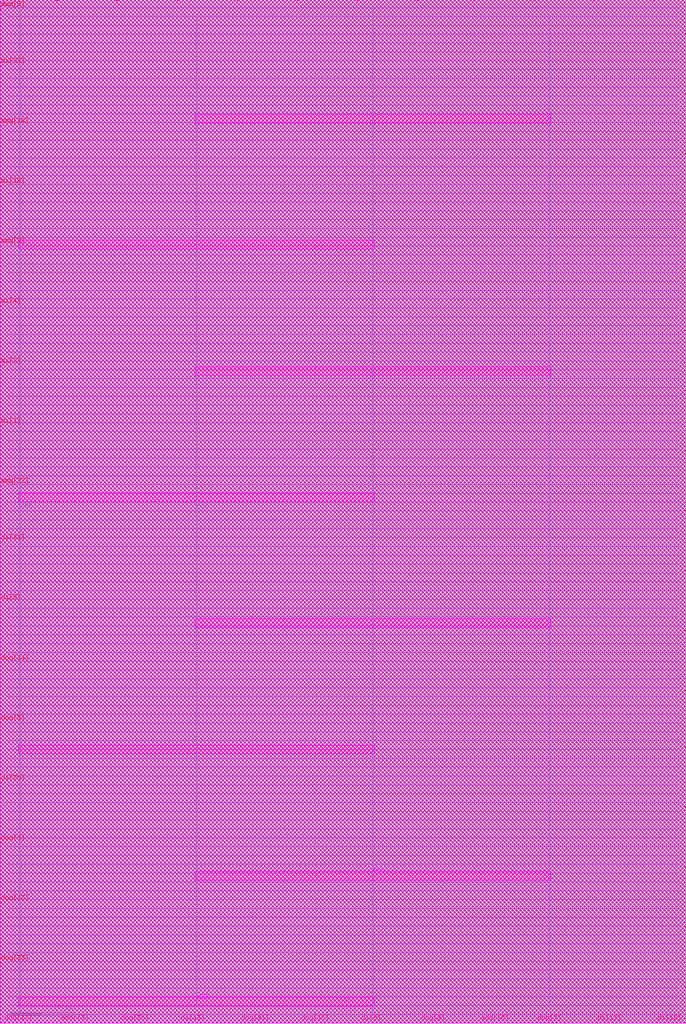
<source format=lef>
VERSION 5.8 ;
BUSBITCHARS "[]" ;
DIVIDERCHAR "/" ;
UNITS
    DATABASE MICRONS 2000 ;
END UNITS
MACRO or1200_spram5
  FOREIGN or1200_spram5 0 0 ;
  CLASS BLOCK ;
  SIZE 108.84 BY 162.26 ;
  PIN VSS
    USE GROUND ;
    DIRECTION INOUT ;
    PORT
      LAYER metal7 ;
        RECT  2.94 122.7 59.34 124.1 ;
        RECT  2.94 82.7 59.34 84.1 ;
        RECT  2.94 42.7 59.34 44.1 ;
        RECT  2.94 2.7 59.34 4.1 ;
      LAYER metal4 ;
        RECT  59.04 1.33 59.24 161.07 ;
        RECT  3.04 1.33 3.24 161.07 ;
      LAYER metal1 ;
        RECT  1.14 160.95 107.73 161.05 ;
        RECT  1.14 158.15 107.73 158.25 ;
        RECT  1.14 155.35 107.73 155.45 ;
        RECT  1.14 152.55 107.73 152.65 ;
        RECT  1.14 149.75 107.73 149.85 ;
        RECT  1.14 146.95 107.73 147.05 ;
        RECT  1.14 144.15 107.73 144.25 ;
        RECT  1.14 141.35 107.73 141.45 ;
        RECT  1.14 138.55 107.73 138.65 ;
        RECT  1.14 135.75 107.73 135.85 ;
        RECT  1.14 132.95 107.73 133.05 ;
        RECT  1.14 130.15 107.73 130.25 ;
        RECT  1.14 127.35 107.73 127.45 ;
        RECT  1.14 124.55 107.73 124.65 ;
        RECT  1.14 121.75 107.73 121.85 ;
        RECT  1.14 118.95 107.73 119.05 ;
        RECT  1.14 116.15 107.73 116.25 ;
        RECT  1.14 113.35 107.73 113.45 ;
        RECT  1.14 110.55 107.73 110.65 ;
        RECT  1.14 107.75 107.73 107.85 ;
        RECT  1.14 104.95 107.73 105.05 ;
        RECT  1.14 102.15 107.73 102.25 ;
        RECT  1.14 99.35 107.73 99.45 ;
        RECT  1.14 96.55 107.73 96.65 ;
        RECT  1.14 93.75 107.73 93.85 ;
        RECT  1.14 90.95 107.73 91.05 ;
        RECT  1.14 88.15 107.73 88.25 ;
        RECT  1.14 85.35 107.73 85.45 ;
        RECT  1.14 82.55 107.73 82.65 ;
        RECT  1.14 79.75 107.73 79.85 ;
        RECT  1.14 76.95 107.73 77.05 ;
        RECT  1.14 74.15 107.73 74.25 ;
        RECT  1.14 71.35 107.73 71.45 ;
        RECT  1.14 68.55 107.73 68.65 ;
        RECT  1.14 65.75 107.73 65.85 ;
        RECT  1.14 62.95 107.73 63.05 ;
        RECT  1.14 60.15 107.73 60.25 ;
        RECT  1.14 57.35 107.73 57.45 ;
        RECT  1.14 54.55 107.73 54.65 ;
        RECT  1.14 51.75 107.73 51.85 ;
        RECT  1.14 48.95 107.73 49.05 ;
        RECT  1.14 46.15 107.73 46.25 ;
        RECT  1.14 43.35 107.73 43.45 ;
        RECT  1.14 40.55 107.73 40.65 ;
        RECT  1.14 37.75 107.73 37.85 ;
        RECT  1.14 34.95 107.73 35.05 ;
        RECT  1.14 32.15 107.73 32.25 ;
        RECT  1.14 29.35 107.73 29.45 ;
        RECT  1.14 26.55 107.73 26.65 ;
        RECT  1.14 23.75 107.73 23.85 ;
        RECT  1.14 20.95 107.73 21.05 ;
        RECT  1.14 18.15 107.73 18.25 ;
        RECT  1.14 15.35 107.73 15.45 ;
        RECT  1.14 12.55 107.73 12.65 ;
        RECT  1.14 9.75 107.73 9.85 ;
        RECT  1.14 6.95 107.73 7.05 ;
        RECT  1.14 4.15 107.73 4.25 ;
        RECT  1.14 1.35 107.73 1.45 ;
      VIA 59.14 123.4 via6_7_400_2800_4_1_600_600 ;
      VIA 59.14 123.4 via5_6_400_2800_5_1_600_600 ;
      VIA 59.14 123.4 via4_5_400_2800_5_1_600_600 ;
      VIA 59.14 83.4 via6_7_400_2800_4_1_600_600 ;
      VIA 59.14 83.4 via5_6_400_2800_5_1_600_600 ;
      VIA 59.14 83.4 via4_5_400_2800_5_1_600_600 ;
      VIA 59.14 43.4 via6_7_400_2800_4_1_600_600 ;
      VIA 59.14 43.4 via5_6_400_2800_5_1_600_600 ;
      VIA 59.14 43.4 via4_5_400_2800_5_1_600_600 ;
      VIA 59.14 3.4 via6_7_400_2800_4_1_600_600 ;
      VIA 59.14 3.4 via5_6_400_2800_5_1_600_600 ;
      VIA 59.14 3.4 via4_5_400_2800_5_1_600_600 ;
      VIA 3.14 123.4 via6_7_400_2800_4_1_600_600 ;
      VIA 3.14 123.4 via5_6_400_2800_5_1_600_600 ;
      VIA 3.14 123.4 via4_5_400_2800_5_1_600_600 ;
      VIA 3.14 83.4 via6_7_400_2800_4_1_600_600 ;
      VIA 3.14 83.4 via5_6_400_2800_5_1_600_600 ;
      VIA 3.14 83.4 via4_5_400_2800_5_1_600_600 ;
      VIA 3.14 43.4 via6_7_400_2800_4_1_600_600 ;
      VIA 3.14 43.4 via5_6_400_2800_5_1_600_600 ;
      VIA 3.14 43.4 via4_5_400_2800_5_1_600_600 ;
      VIA 3.14 3.4 via6_7_400_2800_4_1_600_600 ;
      VIA 3.14 3.4 via5_6_400_2800_5_1_600_600 ;
      VIA 3.14 3.4 via4_5_400_2800_5_1_600_600 ;
      VIA 59.14 161 via3_4_400_200_1_1_320_320 ;
      VIA 59.14 161 via2_3_400_200_1_1_320_320 ;
      VIA 59.14 161 via1_2_400_200_1_1_300_300 ;
      VIA 59.14 158.2 via3_4_400_200_1_1_320_320 ;
      VIA 59.14 158.2 via2_3_400_200_1_1_320_320 ;
      VIA 59.14 158.2 via1_2_400_200_1_1_300_300 ;
      VIA 59.14 155.4 via3_4_400_200_1_1_320_320 ;
      VIA 59.14 155.4 via2_3_400_200_1_1_320_320 ;
      VIA 59.14 155.4 via1_2_400_200_1_1_300_300 ;
      VIA 59.14 152.6 via3_4_400_200_1_1_320_320 ;
      VIA 59.14 152.6 via2_3_400_200_1_1_320_320 ;
      VIA 59.14 152.6 via1_2_400_200_1_1_300_300 ;
      VIA 59.14 149.8 via3_4_400_200_1_1_320_320 ;
      VIA 59.14 149.8 via2_3_400_200_1_1_320_320 ;
      VIA 59.14 149.8 via1_2_400_200_1_1_300_300 ;
      VIA 59.14 147 via3_4_400_200_1_1_320_320 ;
      VIA 59.14 147 via2_3_400_200_1_1_320_320 ;
      VIA 59.14 147 via1_2_400_200_1_1_300_300 ;
      VIA 59.14 144.2 via3_4_400_200_1_1_320_320 ;
      VIA 59.14 144.2 via2_3_400_200_1_1_320_320 ;
      VIA 59.14 144.2 via1_2_400_200_1_1_300_300 ;
      VIA 59.14 141.4 via3_4_400_200_1_1_320_320 ;
      VIA 59.14 141.4 via2_3_400_200_1_1_320_320 ;
      VIA 59.14 141.4 via1_2_400_200_1_1_300_300 ;
      VIA 59.14 138.6 via3_4_400_200_1_1_320_320 ;
      VIA 59.14 138.6 via2_3_400_200_1_1_320_320 ;
      VIA 59.14 138.6 via1_2_400_200_1_1_300_300 ;
      VIA 59.14 135.8 via3_4_400_200_1_1_320_320 ;
      VIA 59.14 135.8 via2_3_400_200_1_1_320_320 ;
      VIA 59.14 135.8 via1_2_400_200_1_1_300_300 ;
      VIA 59.14 133 via3_4_400_200_1_1_320_320 ;
      VIA 59.14 133 via2_3_400_200_1_1_320_320 ;
      VIA 59.14 133 via1_2_400_200_1_1_300_300 ;
      VIA 59.14 130.2 via3_4_400_200_1_1_320_320 ;
      VIA 59.14 130.2 via2_3_400_200_1_1_320_320 ;
      VIA 59.14 130.2 via1_2_400_200_1_1_300_300 ;
      VIA 59.14 127.4 via3_4_400_200_1_1_320_320 ;
      VIA 59.14 127.4 via2_3_400_200_1_1_320_320 ;
      VIA 59.14 127.4 via1_2_400_200_1_1_300_300 ;
      VIA 59.14 124.6 via3_4_400_200_1_1_320_320 ;
      VIA 59.14 124.6 via2_3_400_200_1_1_320_320 ;
      VIA 59.14 124.6 via1_2_400_200_1_1_300_300 ;
      VIA 59.14 121.8 via3_4_400_200_1_1_320_320 ;
      VIA 59.14 121.8 via2_3_400_200_1_1_320_320 ;
      VIA 59.14 121.8 via1_2_400_200_1_1_300_300 ;
      VIA 59.14 119 via3_4_400_200_1_1_320_320 ;
      VIA 59.14 119 via2_3_400_200_1_1_320_320 ;
      VIA 59.14 119 via1_2_400_200_1_1_300_300 ;
      VIA 59.14 116.2 via3_4_400_200_1_1_320_320 ;
      VIA 59.14 116.2 via2_3_400_200_1_1_320_320 ;
      VIA 59.14 116.2 via1_2_400_200_1_1_300_300 ;
      VIA 59.14 113.4 via3_4_400_200_1_1_320_320 ;
      VIA 59.14 113.4 via2_3_400_200_1_1_320_320 ;
      VIA 59.14 113.4 via1_2_400_200_1_1_300_300 ;
      VIA 59.14 110.6 via3_4_400_200_1_1_320_320 ;
      VIA 59.14 110.6 via2_3_400_200_1_1_320_320 ;
      VIA 59.14 110.6 via1_2_400_200_1_1_300_300 ;
      VIA 59.14 107.8 via3_4_400_200_1_1_320_320 ;
      VIA 59.14 107.8 via2_3_400_200_1_1_320_320 ;
      VIA 59.14 107.8 via1_2_400_200_1_1_300_300 ;
      VIA 59.14 105 via3_4_400_200_1_1_320_320 ;
      VIA 59.14 105 via2_3_400_200_1_1_320_320 ;
      VIA 59.14 105 via1_2_400_200_1_1_300_300 ;
      VIA 59.14 102.2 via3_4_400_200_1_1_320_320 ;
      VIA 59.14 102.2 via2_3_400_200_1_1_320_320 ;
      VIA 59.14 102.2 via1_2_400_200_1_1_300_300 ;
      VIA 59.14 99.4 via3_4_400_200_1_1_320_320 ;
      VIA 59.14 99.4 via2_3_400_200_1_1_320_320 ;
      VIA 59.14 99.4 via1_2_400_200_1_1_300_300 ;
      VIA 59.14 96.6 via3_4_400_200_1_1_320_320 ;
      VIA 59.14 96.6 via2_3_400_200_1_1_320_320 ;
      VIA 59.14 96.6 via1_2_400_200_1_1_300_300 ;
      VIA 59.14 93.8 via3_4_400_200_1_1_320_320 ;
      VIA 59.14 93.8 via2_3_400_200_1_1_320_320 ;
      VIA 59.14 93.8 via1_2_400_200_1_1_300_300 ;
      VIA 59.14 91 via3_4_400_200_1_1_320_320 ;
      VIA 59.14 91 via2_3_400_200_1_1_320_320 ;
      VIA 59.14 91 via1_2_400_200_1_1_300_300 ;
      VIA 59.14 88.2 via3_4_400_200_1_1_320_320 ;
      VIA 59.14 88.2 via2_3_400_200_1_1_320_320 ;
      VIA 59.14 88.2 via1_2_400_200_1_1_300_300 ;
      VIA 59.14 85.4 via3_4_400_200_1_1_320_320 ;
      VIA 59.14 85.4 via2_3_400_200_1_1_320_320 ;
      VIA 59.14 85.4 via1_2_400_200_1_1_300_300 ;
      VIA 59.14 82.6 via3_4_400_200_1_1_320_320 ;
      VIA 59.14 82.6 via2_3_400_200_1_1_320_320 ;
      VIA 59.14 82.6 via1_2_400_200_1_1_300_300 ;
      VIA 59.14 79.8 via3_4_400_200_1_1_320_320 ;
      VIA 59.14 79.8 via2_3_400_200_1_1_320_320 ;
      VIA 59.14 79.8 via1_2_400_200_1_1_300_300 ;
      VIA 59.14 77 via3_4_400_200_1_1_320_320 ;
      VIA 59.14 77 via2_3_400_200_1_1_320_320 ;
      VIA 59.14 77 via1_2_400_200_1_1_300_300 ;
      VIA 59.14 74.2 via3_4_400_200_1_1_320_320 ;
      VIA 59.14 74.2 via2_3_400_200_1_1_320_320 ;
      VIA 59.14 74.2 via1_2_400_200_1_1_300_300 ;
      VIA 59.14 71.4 via3_4_400_200_1_1_320_320 ;
      VIA 59.14 71.4 via2_3_400_200_1_1_320_320 ;
      VIA 59.14 71.4 via1_2_400_200_1_1_300_300 ;
      VIA 59.14 68.6 via3_4_400_200_1_1_320_320 ;
      VIA 59.14 68.6 via2_3_400_200_1_1_320_320 ;
      VIA 59.14 68.6 via1_2_400_200_1_1_300_300 ;
      VIA 59.14 65.8 via3_4_400_200_1_1_320_320 ;
      VIA 59.14 65.8 via2_3_400_200_1_1_320_320 ;
      VIA 59.14 65.8 via1_2_400_200_1_1_300_300 ;
      VIA 59.14 63 via3_4_400_200_1_1_320_320 ;
      VIA 59.14 63 via2_3_400_200_1_1_320_320 ;
      VIA 59.14 63 via1_2_400_200_1_1_300_300 ;
      VIA 59.14 60.2 via3_4_400_200_1_1_320_320 ;
      VIA 59.14 60.2 via2_3_400_200_1_1_320_320 ;
      VIA 59.14 60.2 via1_2_400_200_1_1_300_300 ;
      VIA 59.14 57.4 via3_4_400_200_1_1_320_320 ;
      VIA 59.14 57.4 via2_3_400_200_1_1_320_320 ;
      VIA 59.14 57.4 via1_2_400_200_1_1_300_300 ;
      VIA 59.14 54.6 via3_4_400_200_1_1_320_320 ;
      VIA 59.14 54.6 via2_3_400_200_1_1_320_320 ;
      VIA 59.14 54.6 via1_2_400_200_1_1_300_300 ;
      VIA 59.14 51.8 via3_4_400_200_1_1_320_320 ;
      VIA 59.14 51.8 via2_3_400_200_1_1_320_320 ;
      VIA 59.14 51.8 via1_2_400_200_1_1_300_300 ;
      VIA 59.14 49 via3_4_400_200_1_1_320_320 ;
      VIA 59.14 49 via2_3_400_200_1_1_320_320 ;
      VIA 59.14 49 via1_2_400_200_1_1_300_300 ;
      VIA 59.14 46.2 via3_4_400_200_1_1_320_320 ;
      VIA 59.14 46.2 via2_3_400_200_1_1_320_320 ;
      VIA 59.14 46.2 via1_2_400_200_1_1_300_300 ;
      VIA 59.14 43.4 via3_4_400_200_1_1_320_320 ;
      VIA 59.14 43.4 via2_3_400_200_1_1_320_320 ;
      VIA 59.14 43.4 via1_2_400_200_1_1_300_300 ;
      VIA 59.14 40.6 via3_4_400_200_1_1_320_320 ;
      VIA 59.14 40.6 via2_3_400_200_1_1_320_320 ;
      VIA 59.14 40.6 via1_2_400_200_1_1_300_300 ;
      VIA 59.14 37.8 via3_4_400_200_1_1_320_320 ;
      VIA 59.14 37.8 via2_3_400_200_1_1_320_320 ;
      VIA 59.14 37.8 via1_2_400_200_1_1_300_300 ;
      VIA 59.14 35 via3_4_400_200_1_1_320_320 ;
      VIA 59.14 35 via2_3_400_200_1_1_320_320 ;
      VIA 59.14 35 via1_2_400_200_1_1_300_300 ;
      VIA 59.14 32.2 via3_4_400_200_1_1_320_320 ;
      VIA 59.14 32.2 via2_3_400_200_1_1_320_320 ;
      VIA 59.14 32.2 via1_2_400_200_1_1_300_300 ;
      VIA 59.14 29.4 via3_4_400_200_1_1_320_320 ;
      VIA 59.14 29.4 via2_3_400_200_1_1_320_320 ;
      VIA 59.14 29.4 via1_2_400_200_1_1_300_300 ;
      VIA 59.14 26.6 via3_4_400_200_1_1_320_320 ;
      VIA 59.14 26.6 via2_3_400_200_1_1_320_320 ;
      VIA 59.14 26.6 via1_2_400_200_1_1_300_300 ;
      VIA 59.14 23.8 via3_4_400_200_1_1_320_320 ;
      VIA 59.14 23.8 via2_3_400_200_1_1_320_320 ;
      VIA 59.14 23.8 via1_2_400_200_1_1_300_300 ;
      VIA 59.14 21 via3_4_400_200_1_1_320_320 ;
      VIA 59.14 21 via2_3_400_200_1_1_320_320 ;
      VIA 59.14 21 via1_2_400_200_1_1_300_300 ;
      VIA 59.14 18.2 via3_4_400_200_1_1_320_320 ;
      VIA 59.14 18.2 via2_3_400_200_1_1_320_320 ;
      VIA 59.14 18.2 via1_2_400_200_1_1_300_300 ;
      VIA 59.14 15.4 via3_4_400_200_1_1_320_320 ;
      VIA 59.14 15.4 via2_3_400_200_1_1_320_320 ;
      VIA 59.14 15.4 via1_2_400_200_1_1_300_300 ;
      VIA 59.14 12.6 via3_4_400_200_1_1_320_320 ;
      VIA 59.14 12.6 via2_3_400_200_1_1_320_320 ;
      VIA 59.14 12.6 via1_2_400_200_1_1_300_300 ;
      VIA 59.14 9.8 via3_4_400_200_1_1_320_320 ;
      VIA 59.14 9.8 via2_3_400_200_1_1_320_320 ;
      VIA 59.14 9.8 via1_2_400_200_1_1_300_300 ;
      VIA 59.14 7 via3_4_400_200_1_1_320_320 ;
      VIA 59.14 7 via2_3_400_200_1_1_320_320 ;
      VIA 59.14 7 via1_2_400_200_1_1_300_300 ;
      VIA 59.14 4.2 via3_4_400_200_1_1_320_320 ;
      VIA 59.14 4.2 via2_3_400_200_1_1_320_320 ;
      VIA 59.14 4.2 via1_2_400_200_1_1_300_300 ;
      VIA 59.14 1.4 via3_4_400_200_1_1_320_320 ;
      VIA 59.14 1.4 via2_3_400_200_1_1_320_320 ;
      VIA 59.14 1.4 via1_2_400_200_1_1_300_300 ;
      VIA 3.14 161 via3_4_400_200_1_1_320_320 ;
      VIA 3.14 161 via2_3_400_200_1_1_320_320 ;
      VIA 3.14 161 via1_2_400_200_1_1_300_300 ;
      VIA 3.14 158.2 via3_4_400_200_1_1_320_320 ;
      VIA 3.14 158.2 via2_3_400_200_1_1_320_320 ;
      VIA 3.14 158.2 via1_2_400_200_1_1_300_300 ;
      VIA 3.14 155.4 via3_4_400_200_1_1_320_320 ;
      VIA 3.14 155.4 via2_3_400_200_1_1_320_320 ;
      VIA 3.14 155.4 via1_2_400_200_1_1_300_300 ;
      VIA 3.14 152.6 via3_4_400_200_1_1_320_320 ;
      VIA 3.14 152.6 via2_3_400_200_1_1_320_320 ;
      VIA 3.14 152.6 via1_2_400_200_1_1_300_300 ;
      VIA 3.14 149.8 via3_4_400_200_1_1_320_320 ;
      VIA 3.14 149.8 via2_3_400_200_1_1_320_320 ;
      VIA 3.14 149.8 via1_2_400_200_1_1_300_300 ;
      VIA 3.14 147 via3_4_400_200_1_1_320_320 ;
      VIA 3.14 147 via2_3_400_200_1_1_320_320 ;
      VIA 3.14 147 via1_2_400_200_1_1_300_300 ;
      VIA 3.14 144.2 via3_4_400_200_1_1_320_320 ;
      VIA 3.14 144.2 via2_3_400_200_1_1_320_320 ;
      VIA 3.14 144.2 via1_2_400_200_1_1_300_300 ;
      VIA 3.14 141.4 via3_4_400_200_1_1_320_320 ;
      VIA 3.14 141.4 via2_3_400_200_1_1_320_320 ;
      VIA 3.14 141.4 via1_2_400_200_1_1_300_300 ;
      VIA 3.14 138.6 via3_4_400_200_1_1_320_320 ;
      VIA 3.14 138.6 via2_3_400_200_1_1_320_320 ;
      VIA 3.14 138.6 via1_2_400_200_1_1_300_300 ;
      VIA 3.14 135.8 via3_4_400_200_1_1_320_320 ;
      VIA 3.14 135.8 via2_3_400_200_1_1_320_320 ;
      VIA 3.14 135.8 via1_2_400_200_1_1_300_300 ;
      VIA 3.14 133 via3_4_400_200_1_1_320_320 ;
      VIA 3.14 133 via2_3_400_200_1_1_320_320 ;
      VIA 3.14 133 via1_2_400_200_1_1_300_300 ;
      VIA 3.14 130.2 via3_4_400_200_1_1_320_320 ;
      VIA 3.14 130.2 via2_3_400_200_1_1_320_320 ;
      VIA 3.14 130.2 via1_2_400_200_1_1_300_300 ;
      VIA 3.14 127.4 via3_4_400_200_1_1_320_320 ;
      VIA 3.14 127.4 via2_3_400_200_1_1_320_320 ;
      VIA 3.14 127.4 via1_2_400_200_1_1_300_300 ;
      VIA 3.14 124.6 via3_4_400_200_1_1_320_320 ;
      VIA 3.14 124.6 via2_3_400_200_1_1_320_320 ;
      VIA 3.14 124.6 via1_2_400_200_1_1_300_300 ;
      VIA 3.14 121.8 via3_4_400_200_1_1_320_320 ;
      VIA 3.14 121.8 via2_3_400_200_1_1_320_320 ;
      VIA 3.14 121.8 via1_2_400_200_1_1_300_300 ;
      VIA 3.14 119 via3_4_400_200_1_1_320_320 ;
      VIA 3.14 119 via2_3_400_200_1_1_320_320 ;
      VIA 3.14 119 via1_2_400_200_1_1_300_300 ;
      VIA 3.14 116.2 via3_4_400_200_1_1_320_320 ;
      VIA 3.14 116.2 via2_3_400_200_1_1_320_320 ;
      VIA 3.14 116.2 via1_2_400_200_1_1_300_300 ;
      VIA 3.14 113.4 via3_4_400_200_1_1_320_320 ;
      VIA 3.14 113.4 via2_3_400_200_1_1_320_320 ;
      VIA 3.14 113.4 via1_2_400_200_1_1_300_300 ;
      VIA 3.14 110.6 via3_4_400_200_1_1_320_320 ;
      VIA 3.14 110.6 via2_3_400_200_1_1_320_320 ;
      VIA 3.14 110.6 via1_2_400_200_1_1_300_300 ;
      VIA 3.14 107.8 via3_4_400_200_1_1_320_320 ;
      VIA 3.14 107.8 via2_3_400_200_1_1_320_320 ;
      VIA 3.14 107.8 via1_2_400_200_1_1_300_300 ;
      VIA 3.14 105 via3_4_400_200_1_1_320_320 ;
      VIA 3.14 105 via2_3_400_200_1_1_320_320 ;
      VIA 3.14 105 via1_2_400_200_1_1_300_300 ;
      VIA 3.14 102.2 via3_4_400_200_1_1_320_320 ;
      VIA 3.14 102.2 via2_3_400_200_1_1_320_320 ;
      VIA 3.14 102.2 via1_2_400_200_1_1_300_300 ;
      VIA 3.14 99.4 via3_4_400_200_1_1_320_320 ;
      VIA 3.14 99.4 via2_3_400_200_1_1_320_320 ;
      VIA 3.14 99.4 via1_2_400_200_1_1_300_300 ;
      VIA 3.14 96.6 via3_4_400_200_1_1_320_320 ;
      VIA 3.14 96.6 via2_3_400_200_1_1_320_320 ;
      VIA 3.14 96.6 via1_2_400_200_1_1_300_300 ;
      VIA 3.14 93.8 via3_4_400_200_1_1_320_320 ;
      VIA 3.14 93.8 via2_3_400_200_1_1_320_320 ;
      VIA 3.14 93.8 via1_2_400_200_1_1_300_300 ;
      VIA 3.14 91 via3_4_400_200_1_1_320_320 ;
      VIA 3.14 91 via2_3_400_200_1_1_320_320 ;
      VIA 3.14 91 via1_2_400_200_1_1_300_300 ;
      VIA 3.14 88.2 via3_4_400_200_1_1_320_320 ;
      VIA 3.14 88.2 via2_3_400_200_1_1_320_320 ;
      VIA 3.14 88.2 via1_2_400_200_1_1_300_300 ;
      VIA 3.14 85.4 via3_4_400_200_1_1_320_320 ;
      VIA 3.14 85.4 via2_3_400_200_1_1_320_320 ;
      VIA 3.14 85.4 via1_2_400_200_1_1_300_300 ;
      VIA 3.14 82.6 via3_4_400_200_1_1_320_320 ;
      VIA 3.14 82.6 via2_3_400_200_1_1_320_320 ;
      VIA 3.14 82.6 via1_2_400_200_1_1_300_300 ;
      VIA 3.14 79.8 via3_4_400_200_1_1_320_320 ;
      VIA 3.14 79.8 via2_3_400_200_1_1_320_320 ;
      VIA 3.14 79.8 via1_2_400_200_1_1_300_300 ;
      VIA 3.14 77 via3_4_400_200_1_1_320_320 ;
      VIA 3.14 77 via2_3_400_200_1_1_320_320 ;
      VIA 3.14 77 via1_2_400_200_1_1_300_300 ;
      VIA 3.14 74.2 via3_4_400_200_1_1_320_320 ;
      VIA 3.14 74.2 via2_3_400_200_1_1_320_320 ;
      VIA 3.14 74.2 via1_2_400_200_1_1_300_300 ;
      VIA 3.14 71.4 via3_4_400_200_1_1_320_320 ;
      VIA 3.14 71.4 via2_3_400_200_1_1_320_320 ;
      VIA 3.14 71.4 via1_2_400_200_1_1_300_300 ;
      VIA 3.14 68.6 via3_4_400_200_1_1_320_320 ;
      VIA 3.14 68.6 via2_3_400_200_1_1_320_320 ;
      VIA 3.14 68.6 via1_2_400_200_1_1_300_300 ;
      VIA 3.14 65.8 via3_4_400_200_1_1_320_320 ;
      VIA 3.14 65.8 via2_3_400_200_1_1_320_320 ;
      VIA 3.14 65.8 via1_2_400_200_1_1_300_300 ;
      VIA 3.14 63 via3_4_400_200_1_1_320_320 ;
      VIA 3.14 63 via2_3_400_200_1_1_320_320 ;
      VIA 3.14 63 via1_2_400_200_1_1_300_300 ;
      VIA 3.14 60.2 via3_4_400_200_1_1_320_320 ;
      VIA 3.14 60.2 via2_3_400_200_1_1_320_320 ;
      VIA 3.14 60.2 via1_2_400_200_1_1_300_300 ;
      VIA 3.14 57.4 via3_4_400_200_1_1_320_320 ;
      VIA 3.14 57.4 via2_3_400_200_1_1_320_320 ;
      VIA 3.14 57.4 via1_2_400_200_1_1_300_300 ;
      VIA 3.14 54.6 via3_4_400_200_1_1_320_320 ;
      VIA 3.14 54.6 via2_3_400_200_1_1_320_320 ;
      VIA 3.14 54.6 via1_2_400_200_1_1_300_300 ;
      VIA 3.14 51.8 via3_4_400_200_1_1_320_320 ;
      VIA 3.14 51.8 via2_3_400_200_1_1_320_320 ;
      VIA 3.14 51.8 via1_2_400_200_1_1_300_300 ;
      VIA 3.14 49 via3_4_400_200_1_1_320_320 ;
      VIA 3.14 49 via2_3_400_200_1_1_320_320 ;
      VIA 3.14 49 via1_2_400_200_1_1_300_300 ;
      VIA 3.14 46.2 via3_4_400_200_1_1_320_320 ;
      VIA 3.14 46.2 via2_3_400_200_1_1_320_320 ;
      VIA 3.14 46.2 via1_2_400_200_1_1_300_300 ;
      VIA 3.14 43.4 via3_4_400_200_1_1_320_320 ;
      VIA 3.14 43.4 via2_3_400_200_1_1_320_320 ;
      VIA 3.14 43.4 via1_2_400_200_1_1_300_300 ;
      VIA 3.14 40.6 via3_4_400_200_1_1_320_320 ;
      VIA 3.14 40.6 via2_3_400_200_1_1_320_320 ;
      VIA 3.14 40.6 via1_2_400_200_1_1_300_300 ;
      VIA 3.14 37.8 via3_4_400_200_1_1_320_320 ;
      VIA 3.14 37.8 via2_3_400_200_1_1_320_320 ;
      VIA 3.14 37.8 via1_2_400_200_1_1_300_300 ;
      VIA 3.14 35 via3_4_400_200_1_1_320_320 ;
      VIA 3.14 35 via2_3_400_200_1_1_320_320 ;
      VIA 3.14 35 via1_2_400_200_1_1_300_300 ;
      VIA 3.14 32.2 via3_4_400_200_1_1_320_320 ;
      VIA 3.14 32.2 via2_3_400_200_1_1_320_320 ;
      VIA 3.14 32.2 via1_2_400_200_1_1_300_300 ;
      VIA 3.14 29.4 via3_4_400_200_1_1_320_320 ;
      VIA 3.14 29.4 via2_3_400_200_1_1_320_320 ;
      VIA 3.14 29.4 via1_2_400_200_1_1_300_300 ;
      VIA 3.14 26.6 via3_4_400_200_1_1_320_320 ;
      VIA 3.14 26.6 via2_3_400_200_1_1_320_320 ;
      VIA 3.14 26.6 via1_2_400_200_1_1_300_300 ;
      VIA 3.14 23.8 via3_4_400_200_1_1_320_320 ;
      VIA 3.14 23.8 via2_3_400_200_1_1_320_320 ;
      VIA 3.14 23.8 via1_2_400_200_1_1_300_300 ;
      VIA 3.14 21 via3_4_400_200_1_1_320_320 ;
      VIA 3.14 21 via2_3_400_200_1_1_320_320 ;
      VIA 3.14 21 via1_2_400_200_1_1_300_300 ;
      VIA 3.14 18.2 via3_4_400_200_1_1_320_320 ;
      VIA 3.14 18.2 via2_3_400_200_1_1_320_320 ;
      VIA 3.14 18.2 via1_2_400_200_1_1_300_300 ;
      VIA 3.14 15.4 via3_4_400_200_1_1_320_320 ;
      VIA 3.14 15.4 via2_3_400_200_1_1_320_320 ;
      VIA 3.14 15.4 via1_2_400_200_1_1_300_300 ;
      VIA 3.14 12.6 via3_4_400_200_1_1_320_320 ;
      VIA 3.14 12.6 via2_3_400_200_1_1_320_320 ;
      VIA 3.14 12.6 via1_2_400_200_1_1_300_300 ;
      VIA 3.14 9.8 via3_4_400_200_1_1_320_320 ;
      VIA 3.14 9.8 via2_3_400_200_1_1_320_320 ;
      VIA 3.14 9.8 via1_2_400_200_1_1_300_300 ;
      VIA 3.14 7 via3_4_400_200_1_1_320_320 ;
      VIA 3.14 7 via2_3_400_200_1_1_320_320 ;
      VIA 3.14 7 via1_2_400_200_1_1_300_300 ;
      VIA 3.14 4.2 via3_4_400_200_1_1_320_320 ;
      VIA 3.14 4.2 via2_3_400_200_1_1_320_320 ;
      VIA 3.14 4.2 via1_2_400_200_1_1_300_300 ;
      VIA 3.14 1.4 via3_4_400_200_1_1_320_320 ;
      VIA 3.14 1.4 via2_3_400_200_1_1_320_320 ;
      VIA 3.14 1.4 via1_2_400_200_1_1_300_300 ;
    END
  END VSS
  PIN VDD
    USE POWER ;
    DIRECTION INOUT ;
    PORT
      LAYER metal7 ;
        RECT  30.94 142.7 87.34 144.1 ;
        RECT  30.94 102.7 87.34 104.1 ;
        RECT  30.94 62.7 87.34 64.1 ;
        RECT  30.94 22.7 87.34 24.1 ;
      LAYER metal4 ;
        RECT  87.04 2.73 87.24 159.67 ;
        RECT  31.04 2.73 31.24 159.67 ;
      LAYER metal1 ;
        RECT  1.14 159.55 107.73 159.65 ;
        RECT  1.14 156.75 107.73 156.85 ;
        RECT  1.14 153.95 107.73 154.05 ;
        RECT  1.14 151.15 107.73 151.25 ;
        RECT  1.14 148.35 107.73 148.45 ;
        RECT  1.14 145.55 107.73 145.65 ;
        RECT  1.14 142.75 107.73 142.85 ;
        RECT  1.14 139.95 107.73 140.05 ;
        RECT  1.14 137.15 107.73 137.25 ;
        RECT  1.14 134.35 107.73 134.45 ;
        RECT  1.14 131.55 107.73 131.65 ;
        RECT  1.14 128.75 107.73 128.85 ;
        RECT  1.14 125.95 107.73 126.05 ;
        RECT  1.14 123.15 107.73 123.25 ;
        RECT  1.14 120.35 107.73 120.45 ;
        RECT  1.14 117.55 107.73 117.65 ;
        RECT  1.14 114.75 107.73 114.85 ;
        RECT  1.14 111.95 107.73 112.05 ;
        RECT  1.14 109.15 107.73 109.25 ;
        RECT  1.14 106.35 107.73 106.45 ;
        RECT  1.14 103.55 107.73 103.65 ;
        RECT  1.14 100.75 107.73 100.85 ;
        RECT  1.14 97.95 107.73 98.05 ;
        RECT  1.14 95.15 107.73 95.25 ;
        RECT  1.14 92.35 107.73 92.45 ;
        RECT  1.14 89.55 107.73 89.65 ;
        RECT  1.14 86.75 107.73 86.85 ;
        RECT  1.14 83.95 107.73 84.05 ;
        RECT  1.14 81.15 107.73 81.25 ;
        RECT  1.14 78.35 107.73 78.45 ;
        RECT  1.14 75.55 107.73 75.65 ;
        RECT  1.14 72.75 107.73 72.85 ;
        RECT  1.14 69.95 107.73 70.05 ;
        RECT  1.14 67.15 107.73 67.25 ;
        RECT  1.14 64.35 107.73 64.45 ;
        RECT  1.14 61.55 107.73 61.65 ;
        RECT  1.14 58.75 107.73 58.85 ;
        RECT  1.14 55.95 107.73 56.05 ;
        RECT  1.14 53.15 107.73 53.25 ;
        RECT  1.14 50.35 107.73 50.45 ;
        RECT  1.14 47.55 107.73 47.65 ;
        RECT  1.14 44.75 107.73 44.85 ;
        RECT  1.14 41.95 107.73 42.05 ;
        RECT  1.14 39.15 107.73 39.25 ;
        RECT  1.14 36.35 107.73 36.45 ;
        RECT  1.14 33.55 107.73 33.65 ;
        RECT  1.14 30.75 107.73 30.85 ;
        RECT  1.14 27.95 107.73 28.05 ;
        RECT  1.14 25.15 107.73 25.25 ;
        RECT  1.14 22.35 107.73 22.45 ;
        RECT  1.14 19.55 107.73 19.65 ;
        RECT  1.14 16.75 107.73 16.85 ;
        RECT  1.14 13.95 107.73 14.05 ;
        RECT  1.14 11.15 107.73 11.25 ;
        RECT  1.14 8.35 107.73 8.45 ;
        RECT  1.14 5.55 107.73 5.65 ;
        RECT  1.14 2.75 107.73 2.85 ;
      VIA 87.14 143.4 via6_7_400_2800_4_1_600_600 ;
      VIA 87.14 143.4 via5_6_400_2800_5_1_600_600 ;
      VIA 87.14 143.4 via4_5_400_2800_5_1_600_600 ;
      VIA 87.14 103.4 via6_7_400_2800_4_1_600_600 ;
      VIA 87.14 103.4 via5_6_400_2800_5_1_600_600 ;
      VIA 87.14 103.4 via4_5_400_2800_5_1_600_600 ;
      VIA 87.14 63.4 via6_7_400_2800_4_1_600_600 ;
      VIA 87.14 63.4 via5_6_400_2800_5_1_600_600 ;
      VIA 87.14 63.4 via4_5_400_2800_5_1_600_600 ;
      VIA 87.14 23.4 via6_7_400_2800_4_1_600_600 ;
      VIA 87.14 23.4 via5_6_400_2800_5_1_600_600 ;
      VIA 87.14 23.4 via4_5_400_2800_5_1_600_600 ;
      VIA 31.14 143.4 via6_7_400_2800_4_1_600_600 ;
      VIA 31.14 143.4 via5_6_400_2800_5_1_600_600 ;
      VIA 31.14 143.4 via4_5_400_2800_5_1_600_600 ;
      VIA 31.14 103.4 via6_7_400_2800_4_1_600_600 ;
      VIA 31.14 103.4 via5_6_400_2800_5_1_600_600 ;
      VIA 31.14 103.4 via4_5_400_2800_5_1_600_600 ;
      VIA 31.14 63.4 via6_7_400_2800_4_1_600_600 ;
      VIA 31.14 63.4 via5_6_400_2800_5_1_600_600 ;
      VIA 31.14 63.4 via4_5_400_2800_5_1_600_600 ;
      VIA 31.14 23.4 via6_7_400_2800_4_1_600_600 ;
      VIA 31.14 23.4 via5_6_400_2800_5_1_600_600 ;
      VIA 31.14 23.4 via4_5_400_2800_5_1_600_600 ;
      VIA 87.14 159.6 via3_4_400_200_1_1_320_320 ;
      VIA 87.14 159.6 via2_3_400_200_1_1_320_320 ;
      VIA 87.14 159.6 via1_2_400_200_1_1_300_300 ;
      VIA 87.14 156.8 via3_4_400_200_1_1_320_320 ;
      VIA 87.14 156.8 via2_3_400_200_1_1_320_320 ;
      VIA 87.14 156.8 via1_2_400_200_1_1_300_300 ;
      VIA 87.14 154 via3_4_400_200_1_1_320_320 ;
      VIA 87.14 154 via2_3_400_200_1_1_320_320 ;
      VIA 87.14 154 via1_2_400_200_1_1_300_300 ;
      VIA 87.14 151.2 via3_4_400_200_1_1_320_320 ;
      VIA 87.14 151.2 via2_3_400_200_1_1_320_320 ;
      VIA 87.14 151.2 via1_2_400_200_1_1_300_300 ;
      VIA 87.14 148.4 via3_4_400_200_1_1_320_320 ;
      VIA 87.14 148.4 via2_3_400_200_1_1_320_320 ;
      VIA 87.14 148.4 via1_2_400_200_1_1_300_300 ;
      VIA 87.14 145.6 via3_4_400_200_1_1_320_320 ;
      VIA 87.14 145.6 via2_3_400_200_1_1_320_320 ;
      VIA 87.14 145.6 via1_2_400_200_1_1_300_300 ;
      VIA 87.14 142.8 via3_4_400_200_1_1_320_320 ;
      VIA 87.14 142.8 via2_3_400_200_1_1_320_320 ;
      VIA 87.14 142.8 via1_2_400_200_1_1_300_300 ;
      VIA 87.14 140 via3_4_400_200_1_1_320_320 ;
      VIA 87.14 140 via2_3_400_200_1_1_320_320 ;
      VIA 87.14 140 via1_2_400_200_1_1_300_300 ;
      VIA 87.14 137.2 via3_4_400_200_1_1_320_320 ;
      VIA 87.14 137.2 via2_3_400_200_1_1_320_320 ;
      VIA 87.14 137.2 via1_2_400_200_1_1_300_300 ;
      VIA 87.14 134.4 via3_4_400_200_1_1_320_320 ;
      VIA 87.14 134.4 via2_3_400_200_1_1_320_320 ;
      VIA 87.14 134.4 via1_2_400_200_1_1_300_300 ;
      VIA 87.14 131.6 via3_4_400_200_1_1_320_320 ;
      VIA 87.14 131.6 via2_3_400_200_1_1_320_320 ;
      VIA 87.14 131.6 via1_2_400_200_1_1_300_300 ;
      VIA 87.14 128.8 via3_4_400_200_1_1_320_320 ;
      VIA 87.14 128.8 via2_3_400_200_1_1_320_320 ;
      VIA 87.14 128.8 via1_2_400_200_1_1_300_300 ;
      VIA 87.14 126 via3_4_400_200_1_1_320_320 ;
      VIA 87.14 126 via2_3_400_200_1_1_320_320 ;
      VIA 87.14 126 via1_2_400_200_1_1_300_300 ;
      VIA 87.14 123.2 via3_4_400_200_1_1_320_320 ;
      VIA 87.14 123.2 via2_3_400_200_1_1_320_320 ;
      VIA 87.14 123.2 via1_2_400_200_1_1_300_300 ;
      VIA 87.14 120.4 via3_4_400_200_1_1_320_320 ;
      VIA 87.14 120.4 via2_3_400_200_1_1_320_320 ;
      VIA 87.14 120.4 via1_2_400_200_1_1_300_300 ;
      VIA 87.14 117.6 via3_4_400_200_1_1_320_320 ;
      VIA 87.14 117.6 via2_3_400_200_1_1_320_320 ;
      VIA 87.14 117.6 via1_2_400_200_1_1_300_300 ;
      VIA 87.14 114.8 via3_4_400_200_1_1_320_320 ;
      VIA 87.14 114.8 via2_3_400_200_1_1_320_320 ;
      VIA 87.14 114.8 via1_2_400_200_1_1_300_300 ;
      VIA 87.14 112 via3_4_400_200_1_1_320_320 ;
      VIA 87.14 112 via2_3_400_200_1_1_320_320 ;
      VIA 87.14 112 via1_2_400_200_1_1_300_300 ;
      VIA 87.14 109.2 via3_4_400_200_1_1_320_320 ;
      VIA 87.14 109.2 via2_3_400_200_1_1_320_320 ;
      VIA 87.14 109.2 via1_2_400_200_1_1_300_300 ;
      VIA 87.14 106.4 via3_4_400_200_1_1_320_320 ;
      VIA 87.14 106.4 via2_3_400_200_1_1_320_320 ;
      VIA 87.14 106.4 via1_2_400_200_1_1_300_300 ;
      VIA 87.14 103.6 via3_4_400_200_1_1_320_320 ;
      VIA 87.14 103.6 via2_3_400_200_1_1_320_320 ;
      VIA 87.14 103.6 via1_2_400_200_1_1_300_300 ;
      VIA 87.14 100.8 via3_4_400_200_1_1_320_320 ;
      VIA 87.14 100.8 via2_3_400_200_1_1_320_320 ;
      VIA 87.14 100.8 via1_2_400_200_1_1_300_300 ;
      VIA 87.14 98 via3_4_400_200_1_1_320_320 ;
      VIA 87.14 98 via2_3_400_200_1_1_320_320 ;
      VIA 87.14 98 via1_2_400_200_1_1_300_300 ;
      VIA 87.14 95.2 via3_4_400_200_1_1_320_320 ;
      VIA 87.14 95.2 via2_3_400_200_1_1_320_320 ;
      VIA 87.14 95.2 via1_2_400_200_1_1_300_300 ;
      VIA 87.14 92.4 via3_4_400_200_1_1_320_320 ;
      VIA 87.14 92.4 via2_3_400_200_1_1_320_320 ;
      VIA 87.14 92.4 via1_2_400_200_1_1_300_300 ;
      VIA 87.14 89.6 via3_4_400_200_1_1_320_320 ;
      VIA 87.14 89.6 via2_3_400_200_1_1_320_320 ;
      VIA 87.14 89.6 via1_2_400_200_1_1_300_300 ;
      VIA 87.14 86.8 via3_4_400_200_1_1_320_320 ;
      VIA 87.14 86.8 via2_3_400_200_1_1_320_320 ;
      VIA 87.14 86.8 via1_2_400_200_1_1_300_300 ;
      VIA 87.14 84 via3_4_400_200_1_1_320_320 ;
      VIA 87.14 84 via2_3_400_200_1_1_320_320 ;
      VIA 87.14 84 via1_2_400_200_1_1_300_300 ;
      VIA 87.14 81.2 via3_4_400_200_1_1_320_320 ;
      VIA 87.14 81.2 via2_3_400_200_1_1_320_320 ;
      VIA 87.14 81.2 via1_2_400_200_1_1_300_300 ;
      VIA 87.14 78.4 via3_4_400_200_1_1_320_320 ;
      VIA 87.14 78.4 via2_3_400_200_1_1_320_320 ;
      VIA 87.14 78.4 via1_2_400_200_1_1_300_300 ;
      VIA 87.14 75.6 via3_4_400_200_1_1_320_320 ;
      VIA 87.14 75.6 via2_3_400_200_1_1_320_320 ;
      VIA 87.14 75.6 via1_2_400_200_1_1_300_300 ;
      VIA 87.14 72.8 via3_4_400_200_1_1_320_320 ;
      VIA 87.14 72.8 via2_3_400_200_1_1_320_320 ;
      VIA 87.14 72.8 via1_2_400_200_1_1_300_300 ;
      VIA 87.14 70 via3_4_400_200_1_1_320_320 ;
      VIA 87.14 70 via2_3_400_200_1_1_320_320 ;
      VIA 87.14 70 via1_2_400_200_1_1_300_300 ;
      VIA 87.14 67.2 via3_4_400_200_1_1_320_320 ;
      VIA 87.14 67.2 via2_3_400_200_1_1_320_320 ;
      VIA 87.14 67.2 via1_2_400_200_1_1_300_300 ;
      VIA 87.14 64.4 via3_4_400_200_1_1_320_320 ;
      VIA 87.14 64.4 via2_3_400_200_1_1_320_320 ;
      VIA 87.14 64.4 via1_2_400_200_1_1_300_300 ;
      VIA 87.14 61.6 via3_4_400_200_1_1_320_320 ;
      VIA 87.14 61.6 via2_3_400_200_1_1_320_320 ;
      VIA 87.14 61.6 via1_2_400_200_1_1_300_300 ;
      VIA 87.14 58.8 via3_4_400_200_1_1_320_320 ;
      VIA 87.14 58.8 via2_3_400_200_1_1_320_320 ;
      VIA 87.14 58.8 via1_2_400_200_1_1_300_300 ;
      VIA 87.14 56 via3_4_400_200_1_1_320_320 ;
      VIA 87.14 56 via2_3_400_200_1_1_320_320 ;
      VIA 87.14 56 via1_2_400_200_1_1_300_300 ;
      VIA 87.14 53.2 via3_4_400_200_1_1_320_320 ;
      VIA 87.14 53.2 via2_3_400_200_1_1_320_320 ;
      VIA 87.14 53.2 via1_2_400_200_1_1_300_300 ;
      VIA 87.14 50.4 via3_4_400_200_1_1_320_320 ;
      VIA 87.14 50.4 via2_3_400_200_1_1_320_320 ;
      VIA 87.14 50.4 via1_2_400_200_1_1_300_300 ;
      VIA 87.14 47.6 via3_4_400_200_1_1_320_320 ;
      VIA 87.14 47.6 via2_3_400_200_1_1_320_320 ;
      VIA 87.14 47.6 via1_2_400_200_1_1_300_300 ;
      VIA 87.14 44.8 via3_4_400_200_1_1_320_320 ;
      VIA 87.14 44.8 via2_3_400_200_1_1_320_320 ;
      VIA 87.14 44.8 via1_2_400_200_1_1_300_300 ;
      VIA 87.14 42 via3_4_400_200_1_1_320_320 ;
      VIA 87.14 42 via2_3_400_200_1_1_320_320 ;
      VIA 87.14 42 via1_2_400_200_1_1_300_300 ;
      VIA 87.14 39.2 via3_4_400_200_1_1_320_320 ;
      VIA 87.14 39.2 via2_3_400_200_1_1_320_320 ;
      VIA 87.14 39.2 via1_2_400_200_1_1_300_300 ;
      VIA 87.14 36.4 via3_4_400_200_1_1_320_320 ;
      VIA 87.14 36.4 via2_3_400_200_1_1_320_320 ;
      VIA 87.14 36.4 via1_2_400_200_1_1_300_300 ;
      VIA 87.14 33.6 via3_4_400_200_1_1_320_320 ;
      VIA 87.14 33.6 via2_3_400_200_1_1_320_320 ;
      VIA 87.14 33.6 via1_2_400_200_1_1_300_300 ;
      VIA 87.14 30.8 via3_4_400_200_1_1_320_320 ;
      VIA 87.14 30.8 via2_3_400_200_1_1_320_320 ;
      VIA 87.14 30.8 via1_2_400_200_1_1_300_300 ;
      VIA 87.14 28 via3_4_400_200_1_1_320_320 ;
      VIA 87.14 28 via2_3_400_200_1_1_320_320 ;
      VIA 87.14 28 via1_2_400_200_1_1_300_300 ;
      VIA 87.14 25.2 via3_4_400_200_1_1_320_320 ;
      VIA 87.14 25.2 via2_3_400_200_1_1_320_320 ;
      VIA 87.14 25.2 via1_2_400_200_1_1_300_300 ;
      VIA 87.14 22.4 via3_4_400_200_1_1_320_320 ;
      VIA 87.14 22.4 via2_3_400_200_1_1_320_320 ;
      VIA 87.14 22.4 via1_2_400_200_1_1_300_300 ;
      VIA 87.14 19.6 via3_4_400_200_1_1_320_320 ;
      VIA 87.14 19.6 via2_3_400_200_1_1_320_320 ;
      VIA 87.14 19.6 via1_2_400_200_1_1_300_300 ;
      VIA 87.14 16.8 via3_4_400_200_1_1_320_320 ;
      VIA 87.14 16.8 via2_3_400_200_1_1_320_320 ;
      VIA 87.14 16.8 via1_2_400_200_1_1_300_300 ;
      VIA 87.14 14 via3_4_400_200_1_1_320_320 ;
      VIA 87.14 14 via2_3_400_200_1_1_320_320 ;
      VIA 87.14 14 via1_2_400_200_1_1_300_300 ;
      VIA 87.14 11.2 via3_4_400_200_1_1_320_320 ;
      VIA 87.14 11.2 via2_3_400_200_1_1_320_320 ;
      VIA 87.14 11.2 via1_2_400_200_1_1_300_300 ;
      VIA 87.14 8.4 via3_4_400_200_1_1_320_320 ;
      VIA 87.14 8.4 via2_3_400_200_1_1_320_320 ;
      VIA 87.14 8.4 via1_2_400_200_1_1_300_300 ;
      VIA 87.14 5.6 via3_4_400_200_1_1_320_320 ;
      VIA 87.14 5.6 via2_3_400_200_1_1_320_320 ;
      VIA 87.14 5.6 via1_2_400_200_1_1_300_300 ;
      VIA 87.14 2.8 via3_4_400_200_1_1_320_320 ;
      VIA 87.14 2.8 via2_3_400_200_1_1_320_320 ;
      VIA 87.14 2.8 via1_2_400_200_1_1_300_300 ;
      VIA 31.14 159.6 via3_4_400_200_1_1_320_320 ;
      VIA 31.14 159.6 via2_3_400_200_1_1_320_320 ;
      VIA 31.14 159.6 via1_2_400_200_1_1_300_300 ;
      VIA 31.14 156.8 via3_4_400_200_1_1_320_320 ;
      VIA 31.14 156.8 via2_3_400_200_1_1_320_320 ;
      VIA 31.14 156.8 via1_2_400_200_1_1_300_300 ;
      VIA 31.14 154 via3_4_400_200_1_1_320_320 ;
      VIA 31.14 154 via2_3_400_200_1_1_320_320 ;
      VIA 31.14 154 via1_2_400_200_1_1_300_300 ;
      VIA 31.14 151.2 via3_4_400_200_1_1_320_320 ;
      VIA 31.14 151.2 via2_3_400_200_1_1_320_320 ;
      VIA 31.14 151.2 via1_2_400_200_1_1_300_300 ;
      VIA 31.14 148.4 via3_4_400_200_1_1_320_320 ;
      VIA 31.14 148.4 via2_3_400_200_1_1_320_320 ;
      VIA 31.14 148.4 via1_2_400_200_1_1_300_300 ;
      VIA 31.14 145.6 via3_4_400_200_1_1_320_320 ;
      VIA 31.14 145.6 via2_3_400_200_1_1_320_320 ;
      VIA 31.14 145.6 via1_2_400_200_1_1_300_300 ;
      VIA 31.14 142.8 via3_4_400_200_1_1_320_320 ;
      VIA 31.14 142.8 via2_3_400_200_1_1_320_320 ;
      VIA 31.14 142.8 via1_2_400_200_1_1_300_300 ;
      VIA 31.14 140 via3_4_400_200_1_1_320_320 ;
      VIA 31.14 140 via2_3_400_200_1_1_320_320 ;
      VIA 31.14 140 via1_2_400_200_1_1_300_300 ;
      VIA 31.14 137.2 via3_4_400_200_1_1_320_320 ;
      VIA 31.14 137.2 via2_3_400_200_1_1_320_320 ;
      VIA 31.14 137.2 via1_2_400_200_1_1_300_300 ;
      VIA 31.14 134.4 via3_4_400_200_1_1_320_320 ;
      VIA 31.14 134.4 via2_3_400_200_1_1_320_320 ;
      VIA 31.14 134.4 via1_2_400_200_1_1_300_300 ;
      VIA 31.14 131.6 via3_4_400_200_1_1_320_320 ;
      VIA 31.14 131.6 via2_3_400_200_1_1_320_320 ;
      VIA 31.14 131.6 via1_2_400_200_1_1_300_300 ;
      VIA 31.14 128.8 via3_4_400_200_1_1_320_320 ;
      VIA 31.14 128.8 via2_3_400_200_1_1_320_320 ;
      VIA 31.14 128.8 via1_2_400_200_1_1_300_300 ;
      VIA 31.14 126 via3_4_400_200_1_1_320_320 ;
      VIA 31.14 126 via2_3_400_200_1_1_320_320 ;
      VIA 31.14 126 via1_2_400_200_1_1_300_300 ;
      VIA 31.14 123.2 via3_4_400_200_1_1_320_320 ;
      VIA 31.14 123.2 via2_3_400_200_1_1_320_320 ;
      VIA 31.14 123.2 via1_2_400_200_1_1_300_300 ;
      VIA 31.14 120.4 via3_4_400_200_1_1_320_320 ;
      VIA 31.14 120.4 via2_3_400_200_1_1_320_320 ;
      VIA 31.14 120.4 via1_2_400_200_1_1_300_300 ;
      VIA 31.14 117.6 via3_4_400_200_1_1_320_320 ;
      VIA 31.14 117.6 via2_3_400_200_1_1_320_320 ;
      VIA 31.14 117.6 via1_2_400_200_1_1_300_300 ;
      VIA 31.14 114.8 via3_4_400_200_1_1_320_320 ;
      VIA 31.14 114.8 via2_3_400_200_1_1_320_320 ;
      VIA 31.14 114.8 via1_2_400_200_1_1_300_300 ;
      VIA 31.14 112 via3_4_400_200_1_1_320_320 ;
      VIA 31.14 112 via2_3_400_200_1_1_320_320 ;
      VIA 31.14 112 via1_2_400_200_1_1_300_300 ;
      VIA 31.14 109.2 via3_4_400_200_1_1_320_320 ;
      VIA 31.14 109.2 via2_3_400_200_1_1_320_320 ;
      VIA 31.14 109.2 via1_2_400_200_1_1_300_300 ;
      VIA 31.14 106.4 via3_4_400_200_1_1_320_320 ;
      VIA 31.14 106.4 via2_3_400_200_1_1_320_320 ;
      VIA 31.14 106.4 via1_2_400_200_1_1_300_300 ;
      VIA 31.14 103.6 via3_4_400_200_1_1_320_320 ;
      VIA 31.14 103.6 via2_3_400_200_1_1_320_320 ;
      VIA 31.14 103.6 via1_2_400_200_1_1_300_300 ;
      VIA 31.14 100.8 via3_4_400_200_1_1_320_320 ;
      VIA 31.14 100.8 via2_3_400_200_1_1_320_320 ;
      VIA 31.14 100.8 via1_2_400_200_1_1_300_300 ;
      VIA 31.14 98 via3_4_400_200_1_1_320_320 ;
      VIA 31.14 98 via2_3_400_200_1_1_320_320 ;
      VIA 31.14 98 via1_2_400_200_1_1_300_300 ;
      VIA 31.14 95.2 via3_4_400_200_1_1_320_320 ;
      VIA 31.14 95.2 via2_3_400_200_1_1_320_320 ;
      VIA 31.14 95.2 via1_2_400_200_1_1_300_300 ;
      VIA 31.14 92.4 via3_4_400_200_1_1_320_320 ;
      VIA 31.14 92.4 via2_3_400_200_1_1_320_320 ;
      VIA 31.14 92.4 via1_2_400_200_1_1_300_300 ;
      VIA 31.14 89.6 via3_4_400_200_1_1_320_320 ;
      VIA 31.14 89.6 via2_3_400_200_1_1_320_320 ;
      VIA 31.14 89.6 via1_2_400_200_1_1_300_300 ;
      VIA 31.14 86.8 via3_4_400_200_1_1_320_320 ;
      VIA 31.14 86.8 via2_3_400_200_1_1_320_320 ;
      VIA 31.14 86.8 via1_2_400_200_1_1_300_300 ;
      VIA 31.14 84 via3_4_400_200_1_1_320_320 ;
      VIA 31.14 84 via2_3_400_200_1_1_320_320 ;
      VIA 31.14 84 via1_2_400_200_1_1_300_300 ;
      VIA 31.14 81.2 via3_4_400_200_1_1_320_320 ;
      VIA 31.14 81.2 via2_3_400_200_1_1_320_320 ;
      VIA 31.14 81.2 via1_2_400_200_1_1_300_300 ;
      VIA 31.14 78.4 via3_4_400_200_1_1_320_320 ;
      VIA 31.14 78.4 via2_3_400_200_1_1_320_320 ;
      VIA 31.14 78.4 via1_2_400_200_1_1_300_300 ;
      VIA 31.14 75.6 via3_4_400_200_1_1_320_320 ;
      VIA 31.14 75.6 via2_3_400_200_1_1_320_320 ;
      VIA 31.14 75.6 via1_2_400_200_1_1_300_300 ;
      VIA 31.14 72.8 via3_4_400_200_1_1_320_320 ;
      VIA 31.14 72.8 via2_3_400_200_1_1_320_320 ;
      VIA 31.14 72.8 via1_2_400_200_1_1_300_300 ;
      VIA 31.14 70 via3_4_400_200_1_1_320_320 ;
      VIA 31.14 70 via2_3_400_200_1_1_320_320 ;
      VIA 31.14 70 via1_2_400_200_1_1_300_300 ;
      VIA 31.14 67.2 via3_4_400_200_1_1_320_320 ;
      VIA 31.14 67.2 via2_3_400_200_1_1_320_320 ;
      VIA 31.14 67.2 via1_2_400_200_1_1_300_300 ;
      VIA 31.14 64.4 via3_4_400_200_1_1_320_320 ;
      VIA 31.14 64.4 via2_3_400_200_1_1_320_320 ;
      VIA 31.14 64.4 via1_2_400_200_1_1_300_300 ;
      VIA 31.14 61.6 via3_4_400_200_1_1_320_320 ;
      VIA 31.14 61.6 via2_3_400_200_1_1_320_320 ;
      VIA 31.14 61.6 via1_2_400_200_1_1_300_300 ;
      VIA 31.14 58.8 via3_4_400_200_1_1_320_320 ;
      VIA 31.14 58.8 via2_3_400_200_1_1_320_320 ;
      VIA 31.14 58.8 via1_2_400_200_1_1_300_300 ;
      VIA 31.14 56 via3_4_400_200_1_1_320_320 ;
      VIA 31.14 56 via2_3_400_200_1_1_320_320 ;
      VIA 31.14 56 via1_2_400_200_1_1_300_300 ;
      VIA 31.14 53.2 via3_4_400_200_1_1_320_320 ;
      VIA 31.14 53.2 via2_3_400_200_1_1_320_320 ;
      VIA 31.14 53.2 via1_2_400_200_1_1_300_300 ;
      VIA 31.14 50.4 via3_4_400_200_1_1_320_320 ;
      VIA 31.14 50.4 via2_3_400_200_1_1_320_320 ;
      VIA 31.14 50.4 via1_2_400_200_1_1_300_300 ;
      VIA 31.14 47.6 via3_4_400_200_1_1_320_320 ;
      VIA 31.14 47.6 via2_3_400_200_1_1_320_320 ;
      VIA 31.14 47.6 via1_2_400_200_1_1_300_300 ;
      VIA 31.14 44.8 via3_4_400_200_1_1_320_320 ;
      VIA 31.14 44.8 via2_3_400_200_1_1_320_320 ;
      VIA 31.14 44.8 via1_2_400_200_1_1_300_300 ;
      VIA 31.14 42 via3_4_400_200_1_1_320_320 ;
      VIA 31.14 42 via2_3_400_200_1_1_320_320 ;
      VIA 31.14 42 via1_2_400_200_1_1_300_300 ;
      VIA 31.14 39.2 via3_4_400_200_1_1_320_320 ;
      VIA 31.14 39.2 via2_3_400_200_1_1_320_320 ;
      VIA 31.14 39.2 via1_2_400_200_1_1_300_300 ;
      VIA 31.14 36.4 via3_4_400_200_1_1_320_320 ;
      VIA 31.14 36.4 via2_3_400_200_1_1_320_320 ;
      VIA 31.14 36.4 via1_2_400_200_1_1_300_300 ;
      VIA 31.14 33.6 via3_4_400_200_1_1_320_320 ;
      VIA 31.14 33.6 via2_3_400_200_1_1_320_320 ;
      VIA 31.14 33.6 via1_2_400_200_1_1_300_300 ;
      VIA 31.14 30.8 via3_4_400_200_1_1_320_320 ;
      VIA 31.14 30.8 via2_3_400_200_1_1_320_320 ;
      VIA 31.14 30.8 via1_2_400_200_1_1_300_300 ;
      VIA 31.14 28 via3_4_400_200_1_1_320_320 ;
      VIA 31.14 28 via2_3_400_200_1_1_320_320 ;
      VIA 31.14 28 via1_2_400_200_1_1_300_300 ;
      VIA 31.14 25.2 via3_4_400_200_1_1_320_320 ;
      VIA 31.14 25.2 via2_3_400_200_1_1_320_320 ;
      VIA 31.14 25.2 via1_2_400_200_1_1_300_300 ;
      VIA 31.14 22.4 via3_4_400_200_1_1_320_320 ;
      VIA 31.14 22.4 via2_3_400_200_1_1_320_320 ;
      VIA 31.14 22.4 via1_2_400_200_1_1_300_300 ;
      VIA 31.14 19.6 via3_4_400_200_1_1_320_320 ;
      VIA 31.14 19.6 via2_3_400_200_1_1_320_320 ;
      VIA 31.14 19.6 via1_2_400_200_1_1_300_300 ;
      VIA 31.14 16.8 via3_4_400_200_1_1_320_320 ;
      VIA 31.14 16.8 via2_3_400_200_1_1_320_320 ;
      VIA 31.14 16.8 via1_2_400_200_1_1_300_300 ;
      VIA 31.14 14 via3_4_400_200_1_1_320_320 ;
      VIA 31.14 14 via2_3_400_200_1_1_320_320 ;
      VIA 31.14 14 via1_2_400_200_1_1_300_300 ;
      VIA 31.14 11.2 via3_4_400_200_1_1_320_320 ;
      VIA 31.14 11.2 via2_3_400_200_1_1_320_320 ;
      VIA 31.14 11.2 via1_2_400_200_1_1_300_300 ;
      VIA 31.14 8.4 via3_4_400_200_1_1_320_320 ;
      VIA 31.14 8.4 via2_3_400_200_1_1_320_320 ;
      VIA 31.14 8.4 via1_2_400_200_1_1_300_300 ;
      VIA 31.14 5.6 via3_4_400_200_1_1_320_320 ;
      VIA 31.14 5.6 via2_3_400_200_1_1_320_320 ;
      VIA 31.14 5.6 via1_2_400_200_1_1_300_300 ;
      VIA 31.14 2.8 via3_4_400_200_1_1_320_320 ;
      VIA 31.14 2.8 via2_3_400_200_1_1_320_320 ;
      VIA 31.14 2.8 via1_2_400_200_1_1_300_300 ;
    END
  END VDD
  PIN addr[0]
    DIRECTION INPUT ;
    USE SIGNAL ;
    PORT
      LAYER metal6 ;
        RECT  76.185 0 76.325 0.14 ;
    END
  END addr[0]
  PIN addr[1]
    DIRECTION INPUT ;
    USE SIGNAL ;
    PORT
      LAYER metal5 ;
        RECT  108.7 52.64 108.84 52.78 ;
    END
  END addr[1]
  PIN addr[2]
    DIRECTION INPUT ;
    USE SIGNAL ;
    PORT
      LAYER metal5 ;
        RECT  108.7 34.16 108.84 34.3 ;
    END
  END addr[2]
  PIN addr[3]
    DIRECTION INPUT ;
    USE SIGNAL ;
    PORT
      LAYER metal6 ;
        RECT  9.545 0 9.685 0.14 ;
    END
  END addr[3]
  PIN addr[4]
    DIRECTION INPUT ;
    USE SIGNAL ;
    PORT
      LAYER metal6 ;
        RECT  56.585 162.12 56.725 162.26 ;
    END
  END addr[4]
  PIN addr[5]
    DIRECTION INPUT ;
    USE SIGNAL ;
    PORT
      LAYER metal5 ;
        RECT  108.7 100.24 108.84 100.38 ;
    END
  END addr[5]
  PIN ce
    DIRECTION INPUT ;
    USE SIGNAL ;
    PORT
      LAYER metal5 ;
        RECT  108.7 62.16 108.84 62.3 ;
    END
  END ce
  PIN clk
    DIRECTION INPUT ;
    USE SIGNAL ;
    PORT
      LAYER metal5 ;
        RECT  108.7 15.12 108.84 15.26 ;
    END
  END clk
  PIN di[0]
    DIRECTION INPUT ;
    USE SIGNAL ;
    PORT
      LAYER metal5 ;
        RECT  108.7 128.24 108.84 128.38 ;
    END
  END di[0]
  PIN di[10]
    DIRECTION INPUT ;
    USE SIGNAL ;
    PORT
      LAYER metal5 ;
        RECT  108.7 109.76 108.84 109.9 ;
    END
  END di[10]
  PIN di[11]
    DIRECTION INPUT ;
    USE SIGNAL ;
    PORT
      LAYER metal5 ;
        RECT  108.7 137.76 108.84 137.9 ;
    END
  END di[11]
  PIN di[12]
    DIRECTION INPUT ;
    USE SIGNAL ;
    PORT
      LAYER metal6 ;
        RECT  104.185 0 104.325 0.14 ;
    END
  END di[12]
  PIN di[13]
    DIRECTION INPUT ;
    USE SIGNAL ;
    PORT
      LAYER metal6 ;
        RECT  28.585 0 28.725 0.14 ;
    END
  END di[13]
  PIN di[14]
    DIRECTION INPUT ;
    USE SIGNAL ;
    PORT
      LAYER metal5 ;
        RECT  108.7 71.68 108.84 71.82 ;
    END
  END di[14]
  PIN di[15]
    DIRECTION INPUT ;
    USE SIGNAL ;
    PORT
      LAYER metal6 ;
        RECT  47.065 162.12 47.205 162.26 ;
    END
  END di[15]
  PIN di[16]
    DIRECTION INPUT ;
    USE SIGNAL ;
    PORT
      LAYER metal6 ;
        RECT  84.585 162.12 84.725 162.26 ;
    END
  END di[16]
  PIN di[17]
    DIRECTION INPUT ;
    USE SIGNAL ;
    PORT
      LAYER metal6 ;
        RECT  94.665 0 94.805 0.14 ;
    END
  END di[17]
  PIN di[18]
    DIRECTION INPUT ;
    USE SIGNAL ;
    PORT
      LAYER metal5 ;
        RECT  0 132.72 0.14 132.86 ;
    END
  END di[18]
  PIN di[19]
    DIRECTION INPUT ;
    USE SIGNAL ;
    PORT
      LAYER metal5 ;
        RECT  108.7 156.8 108.84 156.94 ;
    END
  END di[19]
  PIN di[1]
    DIRECTION INPUT ;
    USE SIGNAL ;
    PORT
      LAYER metal5 ;
        RECT  0 94.64 0.14 94.78 ;
    END
  END di[1]
  PIN di[20]
    DIRECTION INPUT ;
    USE SIGNAL ;
    PORT
      LAYER metal5 ;
        RECT  0 38.08 0.14 38.22 ;
    END
  END di[20]
  PIN di[21]
    DIRECTION INPUT ;
    USE SIGNAL ;
    PORT
      LAYER metal5 ;
        RECT  0 76.16 0.14 76.3 ;
    END
  END di[21]
  PIN di[22]
    DIRECTION INPUT ;
    USE SIGNAL ;
    PORT
      LAYER metal5 ;
        RECT  108.7 5.6 108.84 5.74 ;
    END
  END di[22]
  PIN di[23]
    DIRECTION INPUT ;
    USE SIGNAL ;
    PORT
      LAYER metal5 ;
        RECT  0 151.76 0.14 151.9 ;
    END
  END di[23]
  PIN di[2]
    DIRECTION INPUT ;
    USE SIGNAL ;
    PORT
      LAYER metal5 ;
        RECT  0 104.16 0.14 104.3 ;
    END
  END di[2]
  PIN di[3]
    DIRECTION INPUT ;
    USE SIGNAL ;
    PORT
      LAYER metal5 ;
        RECT  108.7 43.68 108.84 43.82 ;
    END
  END di[3]
  PIN di[4]
    DIRECTION INPUT ;
    USE SIGNAL ;
    PORT
      LAYER metal5 ;
        RECT  0 113.68 0.14 113.82 ;
    END
  END di[4]
  PIN di[5]
    DIRECTION INPUT ;
    USE SIGNAL ;
    PORT
      LAYER metal6 ;
        RECT  75.065 162.12 75.205 162.26 ;
    END
  END di[5]
  PIN di[6]
    DIRECTION INPUT ;
    USE SIGNAL ;
    PORT
      LAYER metal6 ;
        RECT  8.985 162.12 9.125 162.26 ;
    END
  END di[6]
  PIN di[7]
    DIRECTION INPUT ;
    USE SIGNAL ;
    PORT
      LAYER metal6 ;
        RECT  37.545 162.12 37.685 162.26 ;
    END
  END di[7]
  PIN di[8]
    DIRECTION INPUT ;
    USE SIGNAL ;
    PORT
      LAYER metal6 ;
        RECT  57.145 0 57.285 0.14 ;
    END
  END di[8]
  PIN di[9]
    DIRECTION INPUT ;
    USE SIGNAL ;
    PORT
      LAYER metal5 ;
        RECT  0 66.64 0.14 66.78 ;
    END
  END di[9]
  PIN doq[0]
    DIRECTION OUTPUT ;
    USE SIGNAL ;
    PORT
      LAYER metal5 ;
        RECT  0 28.56 0.14 28.7 ;
    END
  END doq[0]
  PIN doq[10]
    DIRECTION OUTPUT ;
    USE SIGNAL ;
    PORT
      LAYER metal5 ;
        RECT  0 142.24 0.14 142.38 ;
    END
  END doq[10]
  PIN doq[11]
    DIRECTION OUTPUT ;
    USE SIGNAL ;
    PORT
      LAYER metal6 ;
        RECT  66.105 162.12 66.245 162.26 ;
    END
  END doq[11]
  PIN doq[12]
    DIRECTION OUTPUT ;
    USE SIGNAL ;
    PORT
      LAYER metal5 ;
        RECT  0 19.04 0.14 19.18 ;
    END
  END doq[12]
  PIN doq[13]
    DIRECTION OUTPUT ;
    USE SIGNAL ;
    PORT
      LAYER metal6 ;
        RECT  0.585 0 0.725 0.14 ;
    END
  END doq[13]
  PIN doq[14]
    DIRECTION OUTPUT ;
    USE SIGNAL ;
    PORT
      LAYER metal5 ;
        RECT  0 57.12 0.14 57.26 ;
    END
  END doq[14]
  PIN doq[15]
    DIRECTION OUTPUT ;
    USE SIGNAL ;
    PORT
      LAYER metal5 ;
        RECT  108.7 147.28 108.84 147.42 ;
    END
  END doq[15]
  PIN doq[16]
    DIRECTION OUTPUT ;
    USE SIGNAL ;
    PORT
      LAYER metal6 ;
        RECT  47.625 0 47.765 0.14 ;
    END
  END doq[16]
  PIN doq[17]
    DIRECTION OUTPUT ;
    USE SIGNAL ;
    PORT
      LAYER metal5 ;
        RECT  108.7 119.28 108.84 119.42 ;
    END
  END doq[17]
  PIN doq[18]
    DIRECTION OUTPUT ;
    USE SIGNAL ;
    PORT
      LAYER metal5 ;
        RECT  108.7 24.64 108.84 24.78 ;
    END
  END doq[18]
  PIN doq[19]
    DIRECTION OUTPUT ;
    USE SIGNAL ;
    PORT
      LAYER metal6 ;
        RECT  28.025 162.12 28.165 162.26 ;
    END
  END doq[19]
  PIN doq[1]
    DIRECTION OUTPUT ;
    USE SIGNAL ;
    PORT
      LAYER metal5 ;
        RECT  108.7 81.2 108.84 81.34 ;
    END
  END doq[1]
  PIN doq[20]
    DIRECTION OUTPUT ;
    USE SIGNAL ;
    PORT
      LAYER metal6 ;
        RECT  19.065 0 19.205 0.14 ;
    END
  END doq[20]
  PIN doq[21]
    DIRECTION OUTPUT ;
    USE SIGNAL ;
    PORT
      LAYER metal6 ;
        RECT  38.105 0 38.245 0.14 ;
    END
  END doq[21]
  PIN doq[22]
    DIRECTION OUTPUT ;
    USE SIGNAL ;
    PORT
      LAYER metal5 ;
        RECT  0 85.12 0.14 85.26 ;
    END
  END doq[22]
  PIN doq[23]
    DIRECTION OUTPUT ;
    USE SIGNAL ;
    PORT
      LAYER metal5 ;
        RECT  0 9.52 0.14 9.66 ;
    END
  END doq[23]
  PIN doq[2]
    DIRECTION OUTPUT ;
    USE SIGNAL ;
    PORT
      LAYER metal6 ;
        RECT  66.665 0 66.805 0.14 ;
    END
  END doq[2]
  PIN doq[3]
    DIRECTION OUTPUT ;
    USE SIGNAL ;
    PORT
      LAYER metal6 ;
        RECT  103.625 162.12 103.765 162.26 ;
    END
  END doq[3]
  PIN doq[4]
    DIRECTION OUTPUT ;
    USE SIGNAL ;
    PORT
      LAYER metal6 ;
        RECT  94.105 162.12 94.245 162.26 ;
    END
  END doq[4]
  PIN doq[5]
    DIRECTION OUTPUT ;
    USE SIGNAL ;
    PORT
      LAYER metal5 ;
        RECT  0 160.72 0.14 160.86 ;
    END
  END doq[5]
  PIN doq[6]
    DIRECTION OUTPUT ;
    USE SIGNAL ;
    PORT
      LAYER metal6 ;
        RECT  18.505 162.12 18.645 162.26 ;
    END
  END doq[6]
  PIN doq[7]
    DIRECTION OUTPUT ;
    USE SIGNAL ;
    PORT
      LAYER metal6 ;
        RECT  85.145 0 85.285 0.14 ;
    END
  END doq[7]
  PIN doq[8]
    DIRECTION OUTPUT ;
    USE SIGNAL ;
    PORT
      LAYER metal5 ;
        RECT  0 47.6 0.14 47.74 ;
    END
  END doq[8]
  PIN doq[9]
    DIRECTION OUTPUT ;
    USE SIGNAL ;
    PORT
      LAYER metal5 ;
        RECT  0 123.2 0.14 123.34 ;
    END
  END doq[9]
  PIN we
    DIRECTION INPUT ;
    USE SIGNAL ;
    PORT
      LAYER metal5 ;
        RECT  108.7 90.72 108.84 90.86 ;
    END
  END we
  OBS
    LAYER metal1 ;
     RECT  0 0 108.84 162.26 ;
    LAYER metal2 ;
     RECT  0 0 108.84 162.26 ;
    LAYER metal3 ;
     RECT  0 0 108.84 162.26 ;
    LAYER metal4 ;
     RECT  0 0 108.84 162.26 ;
    LAYER metal5 ;
     RECT  0 0 108.84 162.26 ;
    LAYER metal6 ;
     RECT  0 0 108.84 162.26 ;
    LAYER metal7 ;
     RECT  0 0 108.84 162.26 ;
  END
END or1200_spram5
END LIBRARY

</source>
